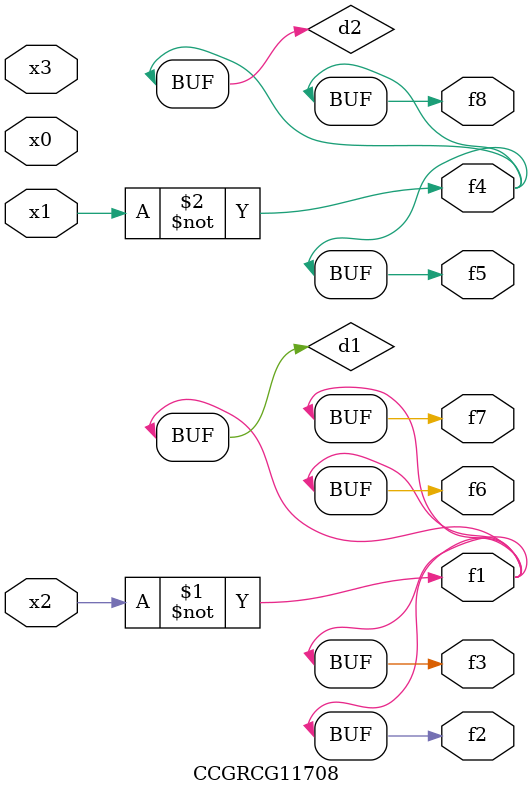
<source format=v>
module CCGRCG11708(
	input x0, x1, x2, x3,
	output f1, f2, f3, f4, f5, f6, f7, f8
);

	wire d1, d2;

	xnor (d1, x2);
	not (d2, x1);
	assign f1 = d1;
	assign f2 = d1;
	assign f3 = d1;
	assign f4 = d2;
	assign f5 = d2;
	assign f6 = d1;
	assign f7 = d1;
	assign f8 = d2;
endmodule

</source>
